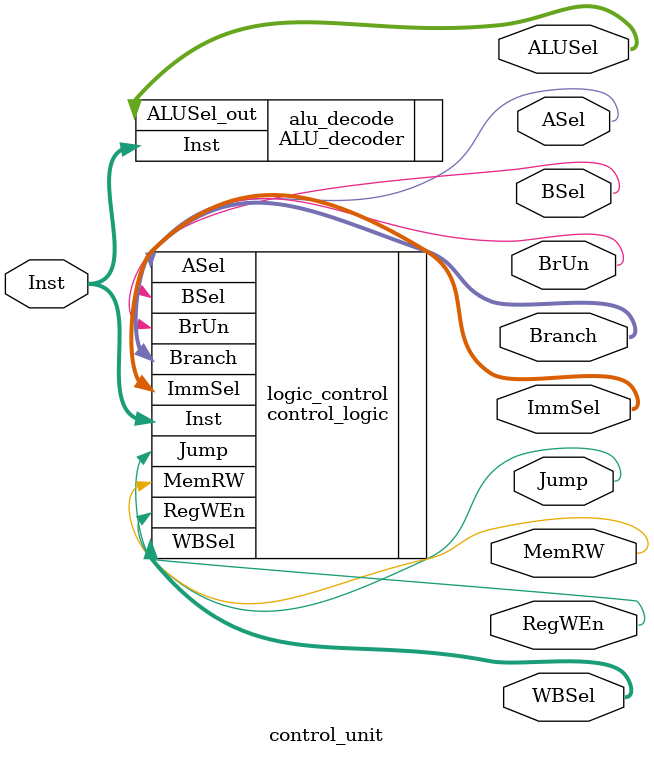
<source format=v>
`timescale 1ns / 1ps


module control_unit(Inst,
                    ImmSel,RegWEn,BSel,MemRW,WBSel,BrUn,Branch,Jump,ASel,ALUSel);

input [31:0] Inst;
//input  BrLT, BrEq;

output [2:0] ImmSel;
output RegWEn;          // 1 = write enable
output BSel;            // 0 = reg, 1= Imm
output  MemRW;          // 1 = write , 0 = read
output [1:0] WBSel;           // 0 = mem , 1 = alu, 2 = pc+4
output BrUn;            // 1 = unsigned, 0 = singed
//output PCSel;           // 1 = alu, 0 = pc+4
output ASel;            // 0 = DataA, 1 = pc
output [4:0] ALUSel;
output [2:0] Branch;  
                        // 000 = BEQ
                        // 001 = BNE
                        // 010 = BLT
                        // 011 = BGE
                        // 100 = BLTU
                        // 101 = BGEU
output Jump; 

control_logic logic_control(.Inst(Inst),.ImmSel(ImmSel),.RegWEn(RegWEn),.BSel(BSel),
                            .MemRW(MemRW),.WBSel(WBSel),.BrUn(BrUn),
                            .ASel(ASel),.Branch(Branch),.Jump(Jump));
                            
ALU_decoder alu_decode(.Inst(Inst),.ALUSel_out(ALUSel));
endmodule

</source>
